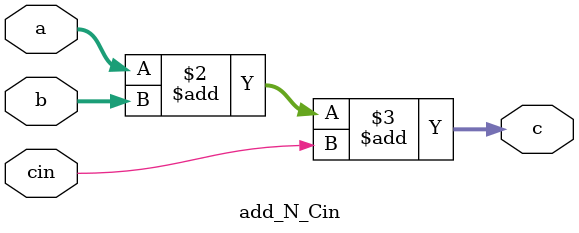
<source format=v>
`timescale 1ns / 1ps
module posit_mult(in1, in2, start, out, inf, zero, done, clk);

function [31:0] log2;
input reg [31:0] value;
	begin
	value = value-1;
	for (log2=0; value>0; log2=log2+1)
        	value = value>>1;
      	end
endfunction

parameter N = 16;
parameter Bs = log2(N); 
parameter es = 3;

input [N-1:0] in1, in2;
input start; 
output reg [N-1:0] out;
output inf, zero;
output reg done;
input clk;

wire start0= start;
wire s1 = in1[N-1];
wire s2 = in2[N-1];
wire zero_tmp1 = |in1[N-2:0];
wire zero_tmp2 = |in2[N-2:0];
wire inf1 = in1[N-1] & (~zero_tmp1),
	inf2 = in2[N-1] & (~zero_tmp2);
wire zero1 = ~(in1[N-1] | zero_tmp1),
	zero2 = ~(in2[N-1] | zero_tmp2);
assign inf = inf1 | inf2,
	zero = zero1 & zero2;

//Data Extraction
wire rc1, rc2;
wire [Bs-1:0] regime1, regime2;
wire [es-1:0] e1, e2;
wire [N-es-1:0] mant1, mant2;
wire [N-1:0] xin1 = s1 ? -in1 : in1;
wire [N-1:0] xin2 = s2 ? -in2 : in2;
data_extract_v1 #(.N(N),.es(es)) uut_de1(.in(xin1), .rc(rc1), .regime(regime1), .exp(e1), .mant(mant1));
data_extract_v1 #(.N(N),.es(es)) uut_de2(.in(xin2), .rc(rc2), .regime(regime2), .exp(e2), .mant(mant2));

wire [N-es:0] m1 = {zero_tmp1,mant1}, 
	m2 = {zero_tmp2,mant2};

//Sign, Exponent and Mantissa Computation
wire mult_s = s1 ^ s2;

wire [2*(N-es)+1:0] mult_m = m1*m2;
wire mult_m_ovf = mult_m[2*(N-es)+1];
wire [2*(N-es)+1:0] mult_mN = ~mult_m_ovf ? mult_m << 1'b1 : mult_m;

wire [Bs+1:0] r1 = rc1 ? {2'b0,regime1} : -regime1;
wire [Bs+1:0] r2 = rc2 ? {2'b0,regime2} : -regime2;
wire [Bs+es+1:0] mult_e;
add_N_Cin #(.N(Bs+es+1)) uut_add_exp ({r1,e1}, {r2,e2}, mult_m_ovf, mult_e);

//Exponent and Regime Computation
wire [es-1:0] e_o;
wire [Bs:0] r_o;
reg_exp_op #(.es(es), .Bs(Bs)) uut_reg_ro (mult_e[es+Bs+1:0], e_o, r_o);

//Exponent, Mantissa and GRS Packing
wire [2*N-1+3:0]tmp_o = {{N{~mult_e[es+Bs+1]}},mult_e[es+Bs+1],e_o,mult_mN[2*(N-es):2*(N-es)-(N-es-1)+1], mult_mN[2*(N-es)-(N-es-1):2*(N-es)-(N-es-1)-1], |mult_mN[2*(N-es)-(N-es-1)-2:0] }; 


//Including Regime bits in Exponent-Mantissa Packing
wire [3*N-1+3:0] tmp1_o;
DSR_right_N_S #(.N(3*N+3), .S(Bs+1)) dsr2 (.a({tmp_o,{N{1'b0}}}), .b(r_o[Bs] ? {Bs{1'b1}} : r_o), .c(tmp1_o));

//Rounding RNE : ulp_add = G.(R + S) + L.G.(~(R+S))
wire L = tmp1_o[N+4], G = tmp1_o[N+3], R = tmp1_o[N+2], St = |tmp1_o[N+1:0],
     ulp = ((G & (R | St)) | (L & G & ~(R | St)));
wire [N-1:0] rnd_ulp = {{N-1{1'b0}},ulp};

wire [N:0] tmp1_o_rnd_ulp;
add_N #(.N(N)) uut_add_ulp (tmp1_o[2*N-1+3:N+3], rnd_ulp, tmp1_o_rnd_ulp);
wire [N-1:0] tmp1_o_rnd = (r_o < N-es-2) ? tmp1_o_rnd_ulp[N-1:0] : tmp1_o[2*N-1+3:N+3];


//Final Output
wire [N-1:0] tmp1_oN = mult_s ? -tmp1_o_rnd : tmp1_o_rnd;

always @(posedge clk ) begin
  out <= inf|zero|(~mult_mN[2*(N-es)+1]) ? {inf,{N-1{1'b0}}} : {mult_s, tmp1_oN[N-1:1]};
	done <= start0;
end

endmodule

module add_N_Cin (a,b,cin,c);
parameter N=10;
input [N:0] a,b;
input cin;
output [N:0] c;
assign c = a + b + cin;
endmodule
</source>
